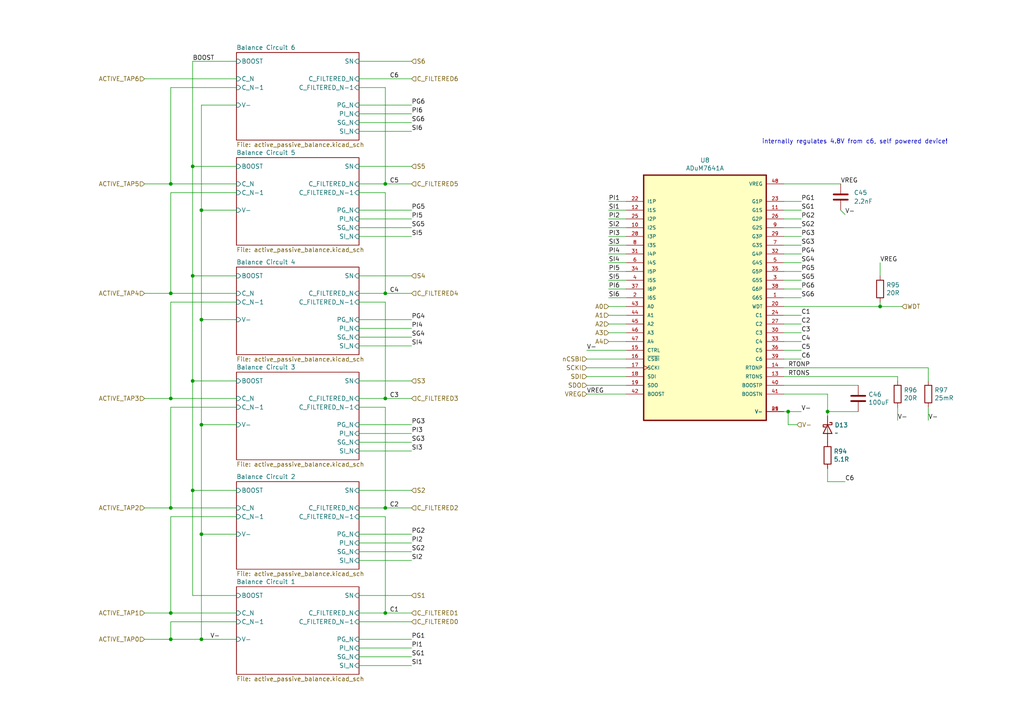
<source format=kicad_sch>
(kicad_sch (version 20211123) (generator eeschema)
  (paper "A4")
  (lib_symbols
    (symbol "Device:C" (pin_numbers hide) (pin_names (offset 0.254))
      (property "Reference" "C" (at 0.635 2.54 0))
      (property "Value" "C" (at 0.635 -2.54 0))
      (symbol "C_0_1"
        (polyline (pts (xy -2.032 -0.762) (xy 2.032 -0.762)) (stroke (width 0.508)))
        (polyline (pts (xy -2.032 0.762) (xy 2.032 0.762)) (stroke (width 0.508)))
      )
      (symbol "C_1_1"
        (pin passive line (at 0 3.81 270) (length 2.794) (name "~") (number "1"))
        (pin passive line (at 0 -3.81 90) (length 2.794) (name "~") (number "2"))
      )
    )
    (symbol "Device:D_Schottky" (pin_numbers hide) (pin_names (offset 1.016) hide)
      (property "Reference" "D" (at 0 2.54 0))
      (property "Value" "D_Schottky" (at 0 -2.54 0))
      (symbol "D_Schottky_0_1"
        (polyline (pts (xy 1.27 0) (xy -1.27 0)))
        (polyline (pts (xy 1.27 1.27) (xy 1.27 -1.27) (xy -1.27 0) (xy 1.27 1.27)) (stroke (width 0.254)))
        (polyline (pts (xy -1.905 0.635) (xy -1.905 1.27) (xy -1.27 1.27) (xy -1.27 -1.27) (xy -0.635 -1.27) (xy -0.635 -0.635)) (stroke (width 0.254)))
      )
      (symbol "D_Schottky_1_1"
        (pin passive line (at -3.81 0 0) (length 2.54) (name "K") (number "1"))
        (pin passive line (at 3.81 0 180) (length 2.54) (name "A") (number "2"))
      )
    )
    (symbol "Device:R" (pin_numbers hide) (pin_names (offset 0))
      (property "Reference" "R" (at 2.032 0 90))
      (property "Value" "R" (at 0 0 90))
      (symbol "R_0_1"
        (rectangle (start -1.016 -2.54) (end 1.016 2.54) (stroke (width 0.254)))
      )
      (symbol "R_1_1"
        (pin passive line (at 0 3.81 270) (length 1.27) (name "~") (number "1"))
        (pin passive line (at 0 -3.81 90) (length 1.27) (name "~") (number "2"))
      )
    )
    (symbol "LTC3300ILXE-2_PBF:LTC3300ILXE-2#PBF" (pin_names (offset 1.016))
      (property "Reference" "U" (at -17.8054 36.3728 0))
      (property "Value" "LTC3300ILXE-2#PBF" (at -17.8054 -38.6842 0))
      (symbol "LTC3300ILXE-2#PBF_0_0"
        (rectangle (start -17.78 -35.56) (end 17.78 35.56) (stroke (width 0.4064)) (fill (type background)))
        (pin output line (at 22.86 0 180) (length 5.08) (name "G6S") (number "1"))
        (pin input line (at -22.86 20.32 0) (length 5.08) (name "I2S") (number "10"))
        (pin output line (at 22.86 25.4 180) (length 5.08) (name "G1S") (number "11"))
        (pin input line (at -22.86 25.4 0) (length 5.08) (name "I1S") (number "12"))
        (pin passive line (at 22.86 -22.86 180) (length 5.08) (name "RTONS") (number "13"))
        (pin passive line (at 22.86 -20.32 180) (length 5.08) (name "RTONP") (number "14"))
        (pin input line (at -22.86 -15.24 0) (length 5.08) (name "CTRL") (number "15"))
        (pin input line (at -22.86 -17.78 0) (length 5.08) (name "~{CSBI}") (number "16"))
        (pin input clock (at -22.86 -20.32 0) (length 5.08) (name "SCKI") (number "17"))
        (pin input line (at -22.86 -22.86 0) (length 5.08) (name "SDI") (number "18"))
        (pin output line (at -22.86 -25.4 0) (length 5.08) (name "SDO") (number "19"))
        (pin input line (at -22.86 0 0) (length 5.08) (name "I6S") (number "2"))
        (pin output line (at 22.86 -2.54 180) (length 5.08) (name "WDT") (number "20"))
        (pin power_in line (at 22.86 -33.02 180) (length 5.08) (name "V-") (number "21"))
        (pin input line (at -22.86 27.94 0) (length 5.08) (name "I1P") (number "22"))
        (pin output line (at 22.86 27.94 180) (length 5.08) (name "G1P") (number "23"))
        (pin passive line (at 22.86 -5.08 180) (length 5.08) (name "C1") (number "24"))
        (pin input line (at -22.86 22.86 0) (length 5.08) (name "I2P") (number "25"))
        (pin output line (at 22.86 22.86 180) (length 5.08) (name "G2P") (number "26"))
        (pin passive line (at 22.86 -7.62 180) (length 5.08) (name "C2") (number "27"))
        (pin input line (at -22.86 17.78 0) (length 5.08) (name "I3P") (number "28"))
        (pin output line (at 22.86 17.78 180) (length 5.08) (name "G3P") (number "29"))
        (pin output line (at 22.86 5.08 180) (length 5.08) (name "G5S") (number "3"))
        (pin passive line (at 22.86 -10.16 180) (length 5.08) (name "C3") (number "30"))
        (pin input line (at -22.86 12.7 0) (length 5.08) (name "I4P") (number "31"))
        (pin output line (at 22.86 12.7 180) (length 5.08) (name "G4P") (number "32"))
        (pin passive line (at 22.86 -12.7 180) (length 5.08) (name "C4") (number "33"))
        (pin input line (at -22.86 7.62 0) (length 5.08) (name "I5P") (number "34"))
        (pin output line (at 22.86 7.62 180) (length 5.08) (name "G5P") (number "35"))
        (pin passive line (at 22.86 -15.24 180) (length 5.08) (name "C5") (number "36"))
        (pin input line (at -22.86 2.54 0) (length 5.08) (name "I6P") (number "37"))
        (pin output line (at 22.86 2.54 180) (length 5.08) (name "G6P") (number "38"))
        (pin passive line (at 22.86 -17.78 180) (length 5.08) (name "C6") (number "39"))
        (pin input line (at -22.86 5.08 0) (length 5.08) (name "I5S") (number "4"))
        (pin passive line (at 22.86 -25.4 180) (length 5.08) (name "BOOSTP") (number "40"))
        (pin passive line (at 22.86 -27.94 180) (length 5.08) (name "BOOSTN") (number "41"))
        (pin input line (at -22.86 -27.94 0) (length 5.08) (name "BOOST") (number "42"))
        (pin input line (at -22.86 -2.54 0) (length 5.08) (name "A0") (number "43"))
        (pin input line (at -22.86 -5.08 0) (length 5.08) (name "A1") (number "44"))
        (pin input line (at -22.86 -7.62 0) (length 5.08) (name "A2") (number "45"))
        (pin input line (at -22.86 -10.16 0) (length 5.08) (name "A3") (number "46"))
        (pin input line (at -22.86 -12.7 0) (length 5.08) (name "A4") (number "47"))
        (pin power_in line (at 22.86 33.02 180) (length 5.08) (name "VREG") (number "48"))
        (pin power_in line (at 22.86 -33.02 180) (length 5.08) (name "V-") (number "49"))
        (pin output line (at 22.86 10.16 180) (length 5.08) (name "G4S") (number "5"))
        (pin input line (at -22.86 10.16 0) (length 5.08) (name "I4S") (number "6"))
        (pin output line (at 22.86 15.24 180) (length 5.08) (name "G3S") (number "7"))
        (pin input line (at -22.86 15.24 0) (length 5.08) (name "I3S") (number "8"))
        (pin output line (at 22.86 20.32 180) (length 5.08) (name "G2S") (number "9"))
      )
    )
  )
  (junction (at 55.88 142.24))
  (junction (at 111.76 177.8))
  (junction (at 55.88 48.26))
  (junction (at 58.42 92.71))
  (junction (at 111.76 115.57))
  (junction (at 58.42 123.19))
  (junction (at 49.53 115.57))
  (junction (at 49.53 147.32))
  (junction (at 55.88 80.01))
  (junction (at 49.53 85.09))
  (junction (at 58.42 60.96))
  (junction (at 111.76 53.34))
  (junction (at 49.53 185.42))
  (junction (at 228.6 119.38))
  (junction (at 49.53 53.34))
  (junction (at 111.76 85.09))
  (junction (at 55.88 110.49))
  (junction (at 58.42 185.42))
  (junction (at 240.03 119.38))
  (junction (at 58.42 154.94))
  (junction (at 255.27 88.9))
  (junction (at 49.53 177.8))
  (junction (at 111.76 147.32))
  (wire (pts (xy 68.58 142.24) (xy 55.88 142.24)))
  (wire (pts (xy 49.53 177.8) (xy 49.53 149.86)))
  (wire (pts (xy 55.88 172.72) (xy 68.58 172.72)))
  (wire (pts (xy 227.33 83.82) (xy 232.41 83.82)))
  (wire (pts (xy 228.6 123.19) (xy 228.6 119.38)))
  (wire (pts (xy 104.14 160.02) (xy 119.38 160.02)))
  (wire (pts (xy 176.53 68.58) (xy 181.61 68.58)))
  (wire (pts (xy 111.76 53.34) (xy 119.38 53.34)))
  (wire (pts (xy 104.14 97.79) (xy 119.38 97.79)))
  (wire (pts (xy 104.14 115.57) (xy 111.76 115.57)))
  (wire (pts (xy 176.53 86.36) (xy 181.61 86.36)))
  (wire (pts (xy 49.53 118.11) (xy 49.53 147.32)))
  (wire (pts (xy 245.11 62.23) (xy 243.84 60.96)))
  (wire (pts (xy 68.58 177.8) (xy 49.53 177.8)))
  (wire (pts (xy 227.33 71.12) (xy 232.41 71.12)))
  (wire (pts (xy 111.76 118.11) (xy 111.76 147.32)))
  (wire (pts (xy 104.14 92.71) (xy 119.38 92.71)))
  (wire (pts (xy 255.27 76.2) (xy 255.27 80.01)))
  (wire (pts (xy 227.33 106.68) (xy 269.24 106.68)))
  (wire (pts (xy 227.33 76.2) (xy 232.41 76.2)))
  (wire (pts (xy 49.53 177.8) (xy 41.91 177.8)))
  (wire (pts (xy 58.42 60.96) (xy 58.42 92.71)))
  (wire (pts (xy 170.18 109.22) (xy 181.61 109.22)))
  (wire (pts (xy 104.14 35.56) (xy 119.38 35.56)))
  (wire (pts (xy 228.6 119.38) (xy 232.41 119.38)))
  (wire (pts (xy 227.33 101.6) (xy 232.41 101.6)))
  (wire (pts (xy 176.53 66.04) (xy 181.61 66.04)))
  (wire (pts (xy 55.88 80.01) (xy 55.88 48.26)))
  (wire (pts (xy 68.58 154.94) (xy 58.42 154.94)))
  (wire (pts (xy 68.58 25.4) (xy 49.53 25.4)))
  (wire (pts (xy 176.53 88.9) (xy 181.61 88.9)))
  (wire (pts (xy 170.18 106.68) (xy 181.61 106.68)))
  (wire (pts (xy 49.53 85.09) (xy 49.53 55.88)))
  (wire (pts (xy 104.14 180.34) (xy 119.38 180.34)))
  (wire (pts (xy 49.53 115.57) (xy 41.91 115.57)))
  (wire (pts (xy 104.14 147.32) (xy 111.76 147.32)))
  (wire (pts (xy 181.61 71.12) (xy 176.53 71.12)))
  (wire (pts (xy 227.33 91.44) (xy 232.41 91.44)))
  (wire (pts (xy 55.88 142.24) (xy 55.88 110.49)))
  (wire (pts (xy 104.14 123.19) (xy 119.38 123.19)))
  (wire (pts (xy 55.88 48.26) (xy 55.88 17.78)))
  (wire (pts (xy 104.14 128.27) (xy 119.38 128.27)))
  (wire (pts (xy 68.58 48.26) (xy 55.88 48.26)))
  (wire (pts (xy 104.14 66.04) (xy 119.38 66.04)))
  (wire (pts (xy 227.33 78.74) (xy 232.41 78.74)))
  (wire (pts (xy 181.61 96.52) (xy 176.53 96.52)))
  (wire (pts (xy 49.53 147.32) (xy 68.58 147.32)))
  (wire (pts (xy 104.14 162.56) (xy 119.38 162.56)))
  (wire (pts (xy 181.61 91.44) (xy 176.53 91.44)))
  (wire (pts (xy 104.14 142.24) (xy 119.38 142.24)))
  (wire (pts (xy 49.53 147.32) (xy 41.91 147.32)))
  (wire (pts (xy 248.92 119.38) (xy 240.03 119.38)))
  (wire (pts (xy 176.53 78.74) (xy 181.61 78.74)))
  (wire (pts (xy 104.14 118.11) (xy 111.76 118.11)))
  (wire (pts (xy 104.14 60.96) (xy 119.38 60.96)))
  (wire (pts (xy 227.33 73.66) (xy 232.41 73.66)))
  (wire (pts (xy 231.14 123.19) (xy 228.6 123.19)))
  (wire (pts (xy 240.03 135.89) (xy 240.03 139.7)))
  (wire (pts (xy 104.14 85.09) (xy 111.76 85.09)))
  (wire (pts (xy 104.14 110.49) (xy 119.38 110.49)))
  (wire (pts (xy 260.35 109.22) (xy 260.35 110.49)))
  (wire (pts (xy 104.14 33.02) (xy 119.38 33.02)))
  (wire (pts (xy 104.14 22.86) (xy 119.38 22.86)))
  (wire (pts (xy 49.53 180.34) (xy 49.53 185.42)))
  (wire (pts (xy 227.33 53.34) (xy 243.84 53.34)))
  (wire (pts (xy 104.14 68.58) (xy 119.38 68.58)))
  (wire (pts (xy 104.14 30.48) (xy 119.38 30.48)))
  (wire (pts (xy 111.76 147.32) (xy 119.38 147.32)))
  (wire (pts (xy 269.24 121.92) (xy 269.24 118.11)))
  (wire (pts (xy 58.42 30.48) (xy 58.42 60.96)))
  (wire (pts (xy 104.14 17.78) (xy 119.38 17.78)))
  (wire (pts (xy 68.58 185.42) (xy 58.42 185.42)))
  (wire (pts (xy 68.58 87.63) (xy 49.53 87.63)))
  (wire (pts (xy 104.14 185.42) (xy 119.38 185.42)))
  (wire (pts (xy 111.76 177.8) (xy 119.38 177.8)))
  (wire (pts (xy 227.33 114.3) (xy 240.03 114.3)))
  (wire (pts (xy 104.14 157.48) (xy 119.38 157.48)))
  (wire (pts (xy 240.03 119.38) (xy 240.03 120.65)))
  (wire (pts (xy 255.27 87.63) (xy 255.27 88.9)))
  (wire (pts (xy 104.14 48.26) (xy 119.38 48.26)))
  (wire (pts (xy 104.14 95.25) (xy 119.38 95.25)))
  (wire (pts (xy 68.58 85.09) (xy 49.53 85.09)))
  (wire (pts (xy 104.14 38.1) (xy 119.38 38.1)))
  (wire (pts (xy 104.14 130.81) (xy 119.38 130.81)))
  (wire (pts (xy 49.53 53.34) (xy 41.91 53.34)))
  (wire (pts (xy 68.58 118.11) (xy 49.53 118.11)))
  (wire (pts (xy 170.18 104.14) (xy 181.61 104.14)))
  (wire (pts (xy 41.91 22.86) (xy 68.58 22.86)))
  (wire (pts (xy 111.76 25.4) (xy 111.76 53.34)))
  (wire (pts (xy 49.53 185.42) (xy 41.91 185.42)))
  (wire (pts (xy 104.14 63.5) (xy 119.38 63.5)))
  (wire (pts (xy 176.53 63.5) (xy 181.61 63.5)))
  (wire (pts (xy 58.42 185.42) (xy 49.53 185.42)))
  (wire (pts (xy 227.33 63.5) (xy 232.41 63.5)))
  (wire (pts (xy 58.42 92.71) (xy 58.42 123.19)))
  (wire (pts (xy 58.42 154.94) (xy 58.42 185.42)))
  (wire (pts (xy 176.53 83.82) (xy 181.61 83.82)))
  (wire (pts (xy 104.14 80.01) (xy 119.38 80.01)))
  (wire (pts (xy 176.53 76.2) (xy 181.61 76.2)))
  (wire (pts (xy 104.14 193.04) (xy 119.38 193.04)))
  (wire (pts (xy 111.76 85.09) (xy 119.38 85.09)))
  (wire (pts (xy 104.14 125.73) (xy 119.38 125.73)))
  (wire (pts (xy 104.14 55.88) (xy 111.76 55.88)))
  (wire (pts (xy 49.53 55.88) (xy 68.58 55.88)))
  (wire (pts (xy 104.14 149.86) (xy 111.76 149.86)))
  (wire (pts (xy 55.88 172.72) (xy 55.88 142.24)))
  (wire (pts (xy 58.42 30.48) (xy 68.58 30.48)))
  (wire (pts (xy 68.58 180.34) (xy 49.53 180.34)))
  (wire (pts (xy 49.53 85.09) (xy 41.91 85.09)))
  (wire (pts (xy 104.14 172.72) (xy 119.38 172.72)))
  (wire (pts (xy 68.58 110.49) (xy 55.88 110.49)))
  (wire (pts (xy 181.61 60.96) (xy 176.53 60.96)))
  (wire (pts (xy 260.35 118.11) (xy 260.35 121.92)))
  (wire (pts (xy 176.53 58.42) (xy 181.61 58.42)))
  (wire (pts (xy 227.33 60.96) (xy 232.41 60.96)))
  (wire (pts (xy 176.53 73.66) (xy 181.61 73.66)))
  (wire (pts (xy 68.58 80.01) (xy 55.88 80.01)))
  (wire (pts (xy 181.61 111.76) (xy 170.18 111.76)))
  (wire (pts (xy 227.33 109.22) (xy 260.35 109.22)))
  (wire (pts (xy 49.53 25.4) (xy 49.53 53.34)))
  (wire (pts (xy 240.03 114.3) (xy 240.03 119.38)))
  (wire (pts (xy 111.76 149.86) (xy 111.76 177.8)))
  (wire (pts (xy 227.33 96.52) (xy 232.41 96.52)))
  (wire (pts (xy 58.42 123.19) (xy 58.42 154.94)))
  (wire (pts (xy 269.24 106.68) (xy 269.24 110.49)))
  (wire (pts (xy 176.53 93.98) (xy 181.61 93.98)))
  (wire (pts (xy 104.14 100.33) (xy 119.38 100.33)))
  (wire (pts (xy 232.41 93.98) (xy 227.33 93.98)))
  (wire (pts (xy 227.33 81.28) (xy 232.41 81.28)))
  (wire (pts (xy 68.58 60.96) (xy 58.42 60.96)))
  (wire (pts (xy 227.33 58.42) (xy 232.41 58.42)))
  (wire (pts (xy 227.33 119.38) (xy 228.6 119.38)))
  (wire (pts (xy 232.41 99.06) (xy 227.33 99.06)))
  (wire (pts (xy 104.14 177.8) (xy 111.76 177.8)))
  (wire (pts (xy 68.58 92.71) (xy 58.42 92.71)))
  (wire (pts (xy 176.53 99.06) (xy 181.61 99.06)))
  (wire (pts (xy 227.33 66.04) (xy 232.41 66.04)))
  (wire (pts (xy 104.14 190.5) (xy 119.38 190.5)))
  (wire (pts (xy 104.14 25.4) (xy 111.76 25.4)))
  (wire (pts (xy 255.27 88.9) (xy 227.33 88.9)))
  (wire (pts (xy 104.14 154.94) (xy 119.38 154.94)))
  (wire (pts (xy 55.88 110.49) (xy 55.88 80.01)))
  (wire (pts (xy 104.14 187.96) (xy 119.38 187.96)))
  (wire (pts (xy 49.53 87.63) (xy 49.53 115.57)))
  (wire (pts (xy 240.03 139.7) (xy 245.11 139.7)))
  (wire (pts (xy 248.92 111.76) (xy 227.33 111.76)))
  (wire (pts (xy 227.33 104.14) (xy 232.41 104.14)))
  (wire (pts (xy 170.18 114.3) (xy 181.61 114.3)))
  (wire (pts (xy 104.14 53.34) (xy 111.76 53.34)))
  (wire (pts (xy 111.76 55.88) (xy 111.76 85.09)))
  (wire (pts (xy 227.33 86.36) (xy 232.41 86.36)))
  (wire (pts (xy 181.61 81.28) (xy 176.53 81.28)))
  (wire (pts (xy 170.18 101.6) (xy 181.61 101.6)))
  (wire (pts (xy 227.33 68.58) (xy 232.41 68.58)))
  (wire (pts (xy 49.53 149.86) (xy 68.58 149.86)))
  (wire (pts (xy 261.62 88.9) (xy 255.27 88.9)))
  (wire (pts (xy 104.14 87.63) (xy 111.76 87.63)))
  (wire (pts (xy 111.76 87.63) (xy 111.76 115.57)))
  (wire (pts (xy 55.88 17.78) (xy 68.58 17.78)))
  (wire (pts (xy 49.53 53.34) (xy 68.58 53.34)))
  (wire (pts (xy 49.53 115.57) (xy 68.58 115.57)))
  (wire (pts (xy 68.58 123.19) (xy 58.42 123.19)))
  (wire (pts (xy 111.76 115.57) (xy 119.38 115.57)))
  (text "internally regulates 4.8V from c6, self powered device!" (at 220.98 41.91 0) (effects (font (size 1.27 1.27)) (justify left bottom)))
  (label "PI4" (at 119.38 95.25 0))
  (label "SI4" (at 176.53 76.2 0))
  (label "PG4" (at 232.41 73.66 0))
  (label "C3" (at 232.41 96.52 0))
  (label "SI5" (at 176.53 81.28 0))
  (label "PI6" (at 119.38 33.02 0))
  (label "SI3" (at 119.38 130.81 0))
  (label "SI1" (at 119.38 193.04 0))
  (label "SI2" (at 119.38 162.56 0))
  (label "SG4" (at 232.41 76.2 0))
  (label "PG1" (at 232.41 58.42 0))
  (label "PI3" (at 176.53 68.58 0))
  (label "PG2" (at 232.41 63.5 0))
  (label "VREG" (at 243.84 53.34 0))
  (label "V-" (at 60.96 185.42 0))
  (label "PG1" (at 119.38 185.42 0))
  (label "PI2" (at 119.38 157.48 0))
  (label "PI3" (at 119.38 125.73 0))
  (label "C3" (at 113.03 115.57 0))
  (label "PG2" (at 119.38 154.94 0))
  (label "SG5" (at 119.38 66.04 0))
  (label "SI3" (at 176.53 71.12 0))
  (label "C4" (at 113.03 85.09 0))
  (label "C5" (at 232.41 101.6 0))
  (label "SI6" (at 176.53 86.36 0))
  (label "SG4" (at 119.38 97.79 0))
  (label "PG4" (at 119.38 92.71 0))
  (label "PI4" (at 176.53 73.66 0))
  (label "PG5" (at 119.38 60.96 0))
  (label "V-" (at 232.41 119.38 0))
  (label "C4" (at 232.41 99.06 0))
  (label "SG6" (at 232.41 86.36 0))
  (label "V-" (at 260.35 121.92 0))
  (label "SI2" (at 176.53 66.04 0))
  (label "PI1" (at 176.53 58.42 0))
  (label "C1" (at 113.03 177.8 0))
  (label "PG3" (at 119.38 123.19 0))
  (label "PG3" (at 232.41 68.58 0))
  (label "SI1" (at 176.53 60.96 0))
  (label "VREG" (at 170.18 114.3 0))
  (label "C6" (at 245.11 139.7 0))
  (label "PG6" (at 232.41 83.82 0))
  (label "BOOST" (at 55.88 17.78 0))
  (label "VREG" (at 255.27 76.2 0))
  (label "PG6" (at 119.38 30.48 0))
  (label "SI5" (at 119.38 68.58 0))
  (label "SI6" (at 119.38 38.1 0))
  (label "C1" (at 232.41 91.44 0))
  (label "SG2" (at 232.41 66.04 0))
  (label "PI5" (at 176.53 78.74 0))
  (label "C2" (at 113.03 147.32 0))
  (label "C5" (at 113.03 53.34 0))
  (label "PI2" (at 176.53 63.5 0))
  (label "PI5" (at 119.38 63.5 0))
  (label "SG5" (at 232.41 81.28 0))
  (label "C6" (at 232.41 104.14 0))
  (label "SG3" (at 232.41 71.12 0))
  (label "C2" (at 232.41 93.98 0))
  (label "V-" (at 269.24 121.92 0))
  (label "SG3" (at 119.38 128.27 0))
  (label "V-" (at 245.11 62.23 0))
  (label "PI1" (at 119.38 187.96 0))
  (label "SG1" (at 232.41 60.96 0))
  (label "PG5" (at 232.41 78.74 0))
  (label "RTONS" (at 228.6 109.22 0))
  (label "SI4" (at 119.38 100.33 0))
  (label "C6" (at 113.03 22.86 0))
  (label "SG6" (at 119.38 35.56 0))
  (label "SG1" (at 119.38 190.5 0))
  (label "SG2" (at 119.38 160.02 0))
  (label "PI6" (at 176.53 83.82 0))
  (label "V-" (at 170.18 101.6 0))
  (label "RTONP" (at 228.6 106.68 0))
  (hierarchical_label "C_FILTERED6" (shape input) (at 119.38 22.86 0))
  (hierarchical_label "A2" (shape input) (at 176.53 93.98 180))
  (hierarchical_label "A3" (shape input) (at 176.53 96.52 180))
  (hierarchical_label "C_FILTERED1" (shape input) (at 119.38 177.8 0))
  (hierarchical_label "SCKI" (shape input) (at 170.18 106.68 180))
  (hierarchical_label "C_FILTERED0" (shape input) (at 119.38 180.34 0))
  (hierarchical_label "S4" (shape input) (at 119.38 80.01 0))
  (hierarchical_label "ACTIVE_TAP5" (shape input) (at 41.91 53.34 180))
  (hierarchical_label "ACTIVE_TAP1" (shape input) (at 41.91 177.8 180))
  (hierarchical_label "A1" (shape input) (at 176.53 91.44 180))
  (hierarchical_label "S1" (shape input) (at 119.38 172.72 0))
  (hierarchical_label "VREG" (shape input) (at 170.18 114.3 180))
  (hierarchical_label "C_FILTERED5" (shape input) (at 119.38 53.34 0))
  (hierarchical_label "C_FILTERED2" (shape input) (at 119.38 147.32 0))
  (hierarchical_label "S6" (shape input) (at 119.38 17.78 0))
  (hierarchical_label "ACTIVE_TAP6" (shape input) (at 41.91 22.86 180))
  (hierarchical_label "S3" (shape input) (at 119.38 110.49 0))
  (hierarchical_label "ACTIVE_TAP2" (shape input) (at 41.91 147.32 180))
  (hierarchical_label "nCSBI" (shape input) (at 170.18 104.14 180))
  (hierarchical_label "A4" (shape input) (at 176.53 99.06 180))
  (hierarchical_label "S5" (shape input) (at 119.38 48.26 0))
  (hierarchical_label "S2" (shape input) (at 119.38 142.24 0))
  (hierarchical_label "SDO" (shape input) (at 170.18 111.76 180))
  (hierarchical_label "WDT" (shape input) (at 261.62 88.9 0))
  (hierarchical_label "ACTIVE_TAP4" (shape input) (at 41.91 85.09 180))
  (hierarchical_label "C_FILTERED3" (shape input) (at 119.38 115.57 0))
  (hierarchical_label "SDI" (shape input) (at 170.18 109.22 180))
  (hierarchical_label "C_FILTERED4" (shape input) (at 119.38 85.09 0))
  (hierarchical_label "A0" (shape input) (at 176.53 88.9 180))
  (hierarchical_label "ACTIVE_TAP0" (shape input) (at 41.91 185.42 180))
  (hierarchical_label "V-" (shape input) (at 231.14 123.19 0))
  (hierarchical_label "ACTIVE_TAP3" (shape input) (at 41.91 115.57 180))
  (symbol (lib_id "Device:R") (at 260.35 114.3 0) (unit 1)
    (property "Reference" "R96" (at 262.128 113.1316 0) (effects (justify left)))
    (property "Value" "20R" (at 262.128 115.443 0) (effects (justify left)))
    (property "Footprint" "Resistor_SMD:R_1206_3216Metric_Pad1.30x1.75mm_HandSolder" (effects hide))
    (property "Part Number" "-" (effects hide))
    (property "Manufacturer" "-" (effects hide))
  )
  (symbol (lib_id "Device:D_Schottky") (at 240.03 124.46 270) (unit 1)
    (property "Reference" "D13" (at 242.062 123.2916 90) (effects (justify left)))
    (property "Value" "~" (at 242.062 125.603 90) (effects (justify left)))
    (property "Part Number" "CMMSH2-40" (effects hide))
    (property "Manufacturer" "Central Semiconductor" (effects hide))
    (property "Mouser Part Number" "610-CMMSH2-40TR" (effects hide))
    (property "Mouser URL" "https://au.mouser.com/ProductDetail/Central-Semiconductor/CMMSH2-40-TR-PBFREE?qs=OlC7AqGiEDmeZ8mWO7SnhA%3D%3D" (effects hide))
  )
  (symbol (lib_id "Device:R") (at 240.03 132.08 0) (unit 1)
    (property "Reference" "R94" (at 241.808 130.9116 0) (effects (justify left)))
    (property "Value" "5.1R" (at 241.808 133.223 0) (effects (justify left)))
    (property "Footprint" "Resistor_SMD:R_0603_1608Metric_Pad0.98x0.95mm_HandSolder" (effects hide))
    (property "Part Number" "-" (effects hide))
    (property "Manufacturer" "-" (effects hide))
  )
  (symbol (lib_id "Device:C") (at 248.92 115.57 0) (unit 1)
    (property "Reference" "C46" (at 251.841 114.4016 0) (effects (justify left)))
    (property "Value" "100uF" (at 251.841 116.713 0) (effects (justify left)))
    (property "Footprint" "Capacitor_SMD:C_1206_3216Metric_Pad1.33x1.80mm_HandSolder" (effects hide))
    (property "Part Number" "-" (effects hide))
    (property "Manufacturer" "-" (effects hide))
  )
  (symbol (lib_id "LTC3300ILXE-2_PBF:LTC3300ILXE-2#PBF") (at 204.47 86.36 0) (unit 1)
    (property "Reference" "U8" (at 204.47 46.482 0))
    (property "Value" "ADuM7641A" (at 204.47 48.7934 0))
    (property "Footprint" "Package_SO:QSOP-20_3.9x8.7mm_P0.635mm" (effects hide))
    (property "Manufacturer" "Linear Technology" (effects hide))
    (property "Part Number" "LTC3300ILXE-2#PBF" (effects hide))
    (property "Mouser Part Number" "NOT AVAILABLE!" (effects hide))
    (property "Mouser URL" "NOT AVAILABLE!" (effects hide))
  )
  (symbol (lib_id "Device:R") (at 269.24 114.3 0) (unit 1)
    (property "Reference" "R97" (at 271.018 113.1316 0) (effects (justify left)))
    (property "Value" "25mR" (at 271.018 115.443 0) (effects (justify left)))
    (property "Footprint" "Resistor_SMD:R_1206_3216Metric_Pad1.30x1.75mm_HandSolder" (effects hide))
    (property "Part Number" "-" (effects hide))
    (property "Manufacturer" "-" (effects hide))
  )
  (symbol (lib_id "Device:R") (at 255.27 83.82 0) (unit 1)
    (property "Reference" "R95" (at 257.048 82.6516 0) (effects (justify left)))
    (property "Value" "20R" (at 257.048 84.963 0) (effects (justify left)))
    (property "Footprint" "Resistor_SMD:R_0603_1608Metric_Pad0.98x0.95mm_HandSolder" (effects hide))
    (property "Part Number" "-" (effects hide))
    (property "Manufacturer" "-" (effects hide))
  )
  (symbol (lib_id "Device:C") (at 243.84 57.15 0) (unit 1)
    (property "Reference" "C45" (at 247.65 55.8799 0) (effects (justify left)))
    (property "Value" "2.2nF" (at 247.65 58.4199 0) (effects (justify left)))
    (property "Footprint" "Capacitor_SMD:C_0603_1608Metric_Pad1.08x0.95mm_HandSolder" (effects hide))
    (property "Manufacturer" "-" (effects hide))
    (property "Part Number" "-" (effects hide))
  )
  (sheet (at 68.58 45.72) (size 35.56 25.4)
    (property "Sheet name" "Balance Circuit 5" (at 68.58 45.0084 0) (effects (justify left bottom)))
    (property "Sheet file" "active_passive_balance.kicad_sch" (at 68.58 71.7046 0) (effects (justify left top)))
    (pin "C_FILTERED_N" input (at 104.14 53.34 0))
    (pin "C_N" input (at 68.58 53.34 180))
    (pin "C_N-1" input (at 68.58 55.88 180))
    (pin "PG_N" input (at 104.14 60.96 0))
    (pin "PI_N" input (at 104.14 63.5 0))
    (pin "SG_N" input (at 104.14 66.04 0))
    (pin "SI_N" input (at 104.14 68.58 0))
    (pin "BOOST" input (at 68.58 48.26 180))
    (pin "V-" input (at 68.58 60.96 180))
    (pin "C_FILTERED_N-1" input (at 104.14 55.88 0))
    (pin "SN" input (at 104.14 48.26 0))
  )
  (sheet (at 68.58 77.47) (size 35.56 25.4)
    (property "Sheet name" "Balance Circuit 4" (at 68.58 76.7584 0) (effects (justify left bottom)))
    (property "Sheet file" "active_passive_balance.kicad_sch" (at 68.58 103.4546 0) (effects (justify left top)))
    (pin "C_FILTERED_N" input (at 104.14 85.09 0))
    (pin "SN" input (at 104.14 80.01 0))
    (pin "C_N" input (at 68.58 85.09 180))
    (pin "C_N-1" input (at 68.58 87.63 180))
    (pin "PG_N" input (at 104.14 92.71 0))
    (pin "PI_N" input (at 104.14 95.25 0))
    (pin "SG_N" input (at 104.14 97.79 0))
    (pin "SI_N" input (at 104.14 100.33 0))
    (pin "BOOST" input (at 68.58 80.01 180))
    (pin "V-" input (at 68.58 92.71 180))
    (pin "C_FILTERED_N-1" input (at 104.14 87.63 0))
  )
  (sheet (at 68.58 107.95) (size 35.56 25.4)
    (property "Sheet name" "Balance Circuit 3" (at 68.58 107.2384 0) (effects (justify left bottom)))
    (property "Sheet file" "active_passive_balance.kicad_sch" (at 68.58 133.9346 0) (effects (justify left top)))
    (pin "C_FILTERED_N" input (at 104.14 115.57 0))
    (pin "SN" input (at 104.14 110.49 0))
    (pin "C_N" input (at 68.58 115.57 180))
    (pin "C_N-1" input (at 68.58 118.11 180))
    (pin "PG_N" input (at 104.14 123.19 0))
    (pin "PI_N" input (at 104.14 125.73 0))
    (pin "SG_N" input (at 104.14 128.27 0))
    (pin "SI_N" input (at 104.14 130.81 0))
    (pin "BOOST" input (at 68.58 110.49 180))
    (pin "V-" input (at 68.58 123.19 180))
    (pin "C_FILTERED_N-1" input (at 104.14 118.11 0))
  )
  (sheet (at 68.58 139.7) (size 35.56 25.4)
    (property "Sheet name" "Balance Circuit 2" (at 68.58 138.9884 0) (effects (justify left bottom)))
    (property "Sheet file" "active_passive_balance.kicad_sch" (at 68.58 165.6846 0) (effects (justify left top)))
    (pin "C_FILTERED_N" input (at 104.14 147.32 0))
    (pin "SN" input (at 104.14 142.24 0))
    (pin "C_N" input (at 68.58 147.32 180))
    (pin "C_N-1" input (at 68.58 149.86 180))
    (pin "PG_N" input (at 104.14 154.94 0))
    (pin "PI_N" input (at 104.14 157.48 0))
    (pin "SG_N" input (at 104.14 160.02 0))
    (pin "SI_N" input (at 104.14 162.56 0))
    (pin "BOOST" input (at 68.58 142.24 180))
    (pin "V-" input (at 68.58 154.94 180))
    (pin "C_FILTERED_N-1" input (at 104.14 149.86 0))
  )
  (sheet (at 68.58 170.18) (size 35.56 25.4)
    (property "Sheet name" "Balance Circuit 1" (at 68.58 169.4684 0) (effects (justify left bottom)))
    (property "Sheet file" "active_passive_balance.kicad_sch" (at 68.58 196.1646 0) (effects (justify left top)))
    (pin "C_FILTERED_N" input (at 104.14 177.8 0))
    (pin "SN" input (at 104.14 172.72 0))
    (pin "C_N" input (at 68.58 177.8 180))
    (pin "C_N-1" input (at 68.58 180.34 180))
    (pin "PG_N" input (at 104.14 185.42 0))
    (pin "PI_N" input (at 104.14 187.96 0))
    (pin "SG_N" input (at 104.14 190.5 0))
    (pin "SI_N" input (at 104.14 193.04 0))
    (pin "BOOST" input (at 68.58 172.72 180))
    (pin "V-" input (at 68.58 185.42 180))
    (pin "C_FILTERED_N-1" input (at 104.14 180.34 0))
  )
  (sheet (at 68.58 15.24) (size 35.56 25.4)
    (property "Sheet name" "Balance Circuit 6" (at 68.58 14.5284 0) (effects (justify left bottom)))
    (property "Sheet file" "active_passive_balance.kicad_sch" (at 68.58 41.2246 0) (effects (justify left top)))
    (pin "C_FILTERED_N" input (at 104.14 22.86 0))
    (pin "SN" input (at 104.14 17.78 0))
    (pin "C_N" input (at 68.58 22.86 180))
    (pin "C_N-1" input (at 68.58 25.4 180))
    (pin "PG_N" input (at 104.14 30.48 0))
    (pin "PI_N" input (at 104.14 33.02 0))
    (pin "SG_N" input (at 104.14 35.56 0))
    (pin "SI_N" input (at 104.14 38.1 0))
    (pin "BOOST" input (at 68.58 17.78 180))
    (pin "V-" input (at 68.58 30.48 180))
    (pin "C_FILTERED_N-1" input (at 104.14 25.4 0))
  )
)
</source>
